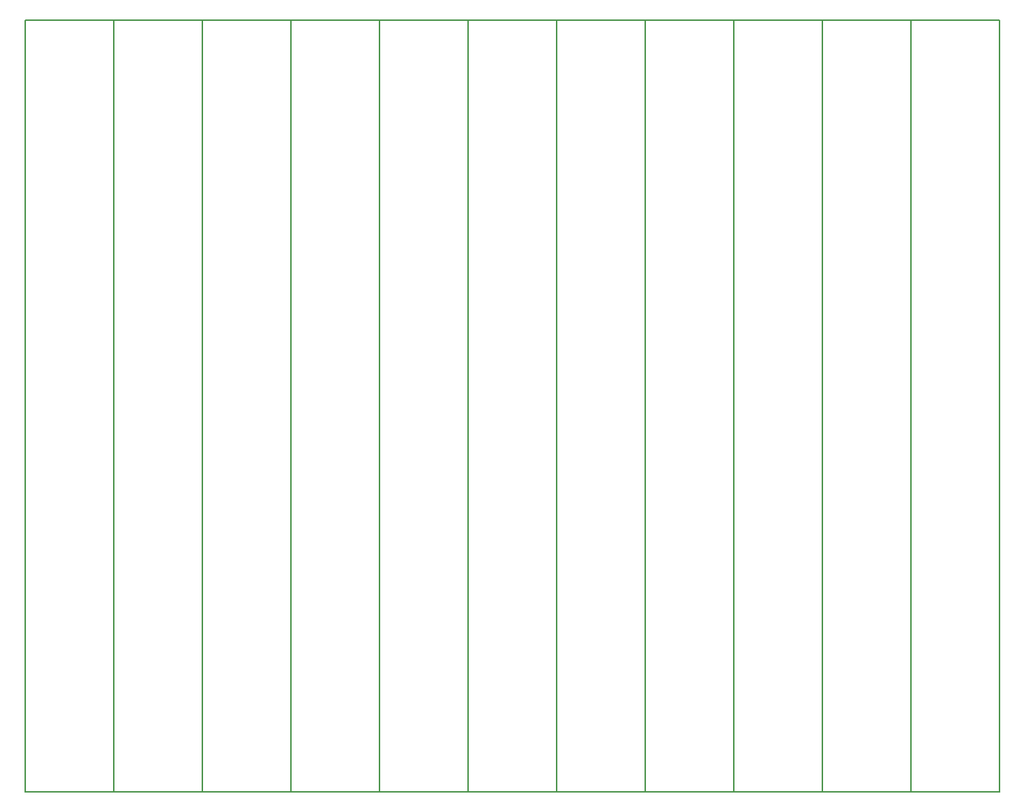
<source format=gbr>
%FSLAX34Y34*%
G04 Gerber Fmt 3.4, Leading zero omitted, Abs format*
G04 (created by PCBNEW (2014-03-10 BZR 4741)-product) date 3/24/2014 1:58:16 PM*
%MOIN*%
G01*
G70*
G90*
G04 APERTURE LIST*
%ADD10C,0.006000*%
%ADD11C,0.005000*%
G04 APERTURE END LIST*
G54D10*
G54D11*
X109600Y-29300D02*
X109600Y-65050D01*
X105500Y-65050D02*
X109600Y-65050D01*
X105500Y-29300D02*
X105550Y-29300D01*
X105500Y-29300D02*
X109600Y-29300D01*
X105500Y-29300D02*
X105500Y-65050D01*
X101400Y-65050D02*
X105500Y-65050D01*
X101400Y-29300D02*
X101450Y-29300D01*
X101400Y-29300D02*
X105500Y-29300D01*
X85000Y-29300D02*
X89100Y-29300D01*
X85000Y-29300D02*
X85050Y-29300D01*
X85000Y-65050D02*
X89100Y-65050D01*
X89100Y-29300D02*
X89100Y-65050D01*
X93200Y-29300D02*
X93200Y-65050D01*
X89100Y-65050D02*
X93200Y-65050D01*
X89100Y-29300D02*
X89150Y-29300D01*
X89100Y-29300D02*
X93200Y-29300D01*
X97300Y-29300D02*
X101400Y-29300D01*
X97300Y-29300D02*
X97350Y-29300D01*
X97300Y-65050D02*
X101400Y-65050D01*
X101400Y-29300D02*
X101400Y-65050D01*
X97300Y-29300D02*
X97300Y-65050D01*
X93200Y-65050D02*
X97300Y-65050D01*
X93200Y-29300D02*
X93250Y-29300D01*
X93200Y-29300D02*
X97300Y-29300D01*
X76800Y-29300D02*
X80900Y-29300D01*
X76800Y-29300D02*
X76850Y-29300D01*
X76800Y-65050D02*
X80900Y-65050D01*
X80900Y-29300D02*
X80900Y-65050D01*
X85000Y-29300D02*
X85000Y-65050D01*
X80900Y-65050D02*
X85000Y-65050D01*
X80900Y-29300D02*
X80950Y-29300D01*
X80900Y-29300D02*
X85000Y-29300D01*
X72700Y-29300D02*
X76800Y-29300D01*
X72700Y-29300D02*
X72750Y-29300D01*
X72700Y-65050D02*
X76800Y-65050D01*
X76800Y-29300D02*
X76800Y-65050D01*
X109600Y-29300D02*
X113700Y-29300D01*
X109600Y-29300D02*
X109650Y-29300D01*
X109600Y-65050D02*
X113700Y-65050D01*
X109600Y-65050D02*
X109600Y-29300D01*
X113700Y-29300D02*
X113700Y-65050D01*
X72700Y-29300D02*
X72700Y-65050D01*
X68600Y-65050D02*
X68600Y-29300D01*
X68600Y-65050D02*
X72700Y-65050D01*
X68600Y-29300D02*
X68650Y-29300D01*
X68600Y-29300D02*
X72700Y-29300D01*
M02*

</source>
